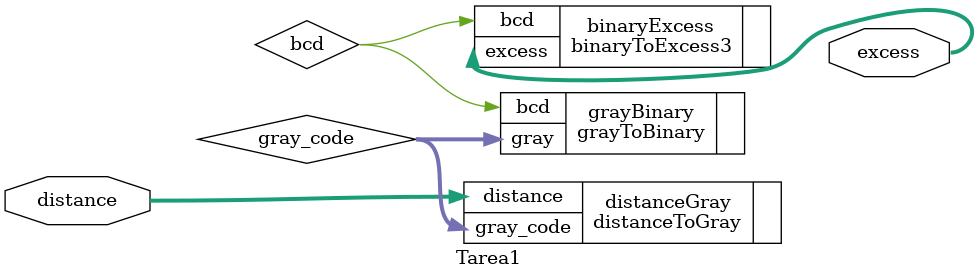
<source format=sv>
module Tarea1(
    input wire [4:0] distance,  
	 output logic [2:0] excess
);

logic [2:0] gray_code;

	distanceToGray distanceGray (
			  .distance(distance), 
			  .gray_code(gray_code)
		 );

	grayToBinary grayBinary (
			  .gray(gray_code), 
			  .bcd(bcd)
		 );
	 
    binaryToExcess3 binaryExcess (
        .bcd(bcd),
        .excess(excess)
    );

endmodule
</source>
